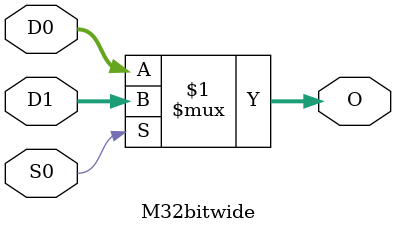
<source format=v>

module M32bitwide (input [63:0] D0,
	     input [63:0] D1,
	     input S0,
	     output [63:0] O);

assign O = S0?D1:D0;

endmodule

</source>
